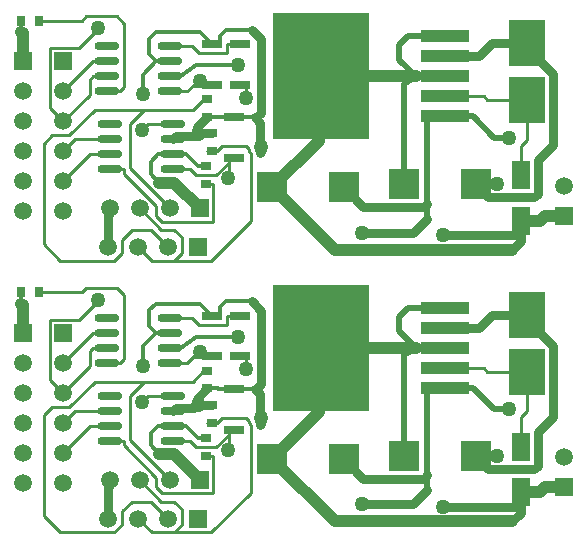
<source format=gtl>
G04 Layer_Physical_Order=1*
G04 Layer_Color=255*
%FSLAX44Y44*%
%MOMM*%
G71*
G01*
G75*
%ADD10R,4.1500X1.0000*%
%ADD11R,8.2000X10.7500*%
%ADD12R,1.7000X0.7500*%
%ADD13O,2.1000X0.7000*%
%ADD14R,0.7000X0.9000*%
%ADD15R,0.9000X0.7000*%
%ADD16R,2.5500X2.5500*%
%ADD17R,1.5500X2.4500*%
%ADD18R,3.1000X3.9000*%
%ADD19C,0.7620*%
%ADD20C,0.3750*%
%ADD21C,0.3500*%
%ADD22C,0.5000*%
%ADD23C,1.0160*%
%ADD24C,0.7750*%
%ADD25C,0.2540*%
%ADD26C,1.5000*%
%ADD27R,1.5000X1.5000*%
%ADD28R,1.5000X1.5000*%
%ADD29C,1.2700*%
D10*
X376190Y128560D02*
D03*
Y145560D02*
D03*
Y162560D02*
D03*
Y179560D02*
D03*
Y196560D02*
D03*
Y358560D02*
D03*
Y375560D02*
D03*
Y392560D02*
D03*
Y409560D02*
D03*
Y426560D02*
D03*
D11*
X271690Y162560D02*
D03*
Y392560D02*
D03*
D12*
X179070Y189970D02*
D03*
Y155470D02*
D03*
X203200D02*
D03*
Y189970D02*
D03*
X198120Y127740D02*
D03*
Y93240D02*
D03*
X179070Y419970D02*
D03*
Y385470D02*
D03*
X203200D02*
D03*
Y419970D02*
D03*
X198120Y357740D02*
D03*
Y323240D02*
D03*
D13*
X143340Y149860D02*
D03*
Y162560D02*
D03*
Y175260D02*
D03*
Y187960D02*
D03*
X90340Y149860D02*
D03*
Y162560D02*
D03*
Y175260D02*
D03*
Y187960D02*
D03*
X145880Y83820D02*
D03*
Y96520D02*
D03*
Y109220D02*
D03*
Y121920D02*
D03*
X92880Y83820D02*
D03*
Y96520D02*
D03*
Y109220D02*
D03*
Y121920D02*
D03*
X143340Y379860D02*
D03*
Y392560D02*
D03*
Y405260D02*
D03*
Y417960D02*
D03*
X90340Y379860D02*
D03*
Y392560D02*
D03*
Y405260D02*
D03*
Y417960D02*
D03*
X145880Y313820D02*
D03*
Y326520D02*
D03*
Y339220D02*
D03*
Y351920D02*
D03*
X92880Y313820D02*
D03*
Y326520D02*
D03*
Y339220D02*
D03*
Y351920D02*
D03*
D14*
X17900Y209550D02*
D03*
X32900D02*
D03*
X17900Y439550D02*
D03*
X32900D02*
D03*
D15*
X173990Y86240D02*
D03*
Y71240D02*
D03*
X179070Y114180D02*
D03*
Y99180D02*
D03*
X175260Y128390D02*
D03*
Y143390D02*
D03*
X173990Y316240D02*
D03*
Y301240D02*
D03*
X179070Y344180D02*
D03*
Y329180D02*
D03*
X175260Y358390D02*
D03*
Y373390D02*
D03*
D16*
X230100Y68580D02*
D03*
X290600D02*
D03*
X341860Y71120D02*
D03*
X402360D02*
D03*
X230100Y298580D02*
D03*
X290600D02*
D03*
X341860Y301120D02*
D03*
X402360D02*
D03*
D17*
X440690Y40440D02*
D03*
Y78940D02*
D03*
Y270440D02*
D03*
Y308940D02*
D03*
D18*
X445770Y190370D02*
D03*
Y142370D02*
D03*
Y420370D02*
D03*
Y372370D02*
D03*
D19*
Y186436D02*
Y190370D01*
Y186436D02*
X467868Y164338D01*
X416194Y190370D02*
X445770D01*
X405384Y179560D02*
X416194Y190370D01*
X454914Y91440D02*
X467868Y104394D01*
Y164338D01*
X376190Y179560D02*
X405384D01*
X402360Y71120D02*
X403122Y70358D01*
X220980Y131907D02*
Y194056D01*
X213106Y201930D02*
X220980Y194056D01*
X216813Y127740D02*
X220980Y131907D01*
X219710Y97282D02*
Y123422D01*
X215392Y127740D02*
X219710Y123422D01*
X454914Y62992D02*
Y91440D01*
X452120Y60198D02*
X454914Y62992D01*
X403122Y70358D02*
X413282Y60198D01*
X452120D01*
X91440Y46870D02*
X92710D01*
Y50800D01*
X91440Y17780D02*
Y46870D01*
X358394Y51816D02*
X361188Y54610D01*
X290600Y68580D02*
X307364Y51816D01*
X358394D01*
X349504Y30226D02*
X361188Y41910D01*
X306324Y30226D02*
X349504D01*
X219710Y97282D02*
X220980Y98552D01*
Y102870D01*
X403122Y70358D02*
X403884Y71120D01*
X420370D01*
X145880Y109220D02*
X148730Y112070D01*
X167300Y114130D02*
X167470D01*
X148730Y112070D02*
X163960D01*
X166370Y119500D02*
X175260Y128390D01*
X167520Y114180D02*
X179070D01*
X166580Y114850D02*
X167250Y114180D01*
X167300Y114130D01*
X166200Y114470D02*
X166370Y114640D01*
X166580Y114850D01*
X166370Y114180D02*
Y114640D01*
Y119500D01*
X445770Y416436D02*
Y420370D01*
Y416436D02*
X467868Y394338D01*
X416194Y420370D02*
X445770D01*
X405384Y409560D02*
X416194Y420370D01*
X454914Y321440D02*
X467868Y334394D01*
Y394338D01*
X376190Y409560D02*
X405384D01*
X402360Y301120D02*
X403122Y300358D01*
X220980Y361907D02*
Y424056D01*
X213106Y431930D02*
X220980Y424056D01*
X216813Y357740D02*
X220980Y361907D01*
X219710Y327282D02*
Y353422D01*
X215392Y357740D02*
X219710Y353422D01*
X454914Y292992D02*
Y321440D01*
X452120Y290198D02*
X454914Y292992D01*
X403122Y300358D02*
X413282Y290198D01*
X452120D01*
X91440Y276870D02*
X92710D01*
Y280800D01*
X91440Y247780D02*
Y276870D01*
X358394Y281816D02*
X361188Y284610D01*
X290600Y298580D02*
X307364Y281816D01*
X358394D01*
X349504Y260226D02*
X361188Y271910D01*
X306324Y260226D02*
X349504D01*
X219710Y327282D02*
X220980Y328552D01*
Y332870D01*
X403122Y300358D02*
X403884Y301120D01*
X420370D01*
X145880Y339220D02*
X148730Y342070D01*
X167300Y344130D02*
X167470D01*
X148730Y342070D02*
X163960D01*
X166370Y349500D02*
X175260Y358390D01*
X167520Y344180D02*
X179070D01*
X166580Y344850D02*
X167250Y344180D01*
X167300Y344130D01*
X166200Y344470D02*
X166370Y344640D01*
X166580Y344850D01*
X166370Y344180D02*
Y344640D01*
Y349500D01*
D20*
X190754Y201930D02*
X213106D01*
X185674Y196850D02*
X190754Y201930D01*
X215392Y127740D02*
X216813D01*
X198120D02*
X215392D01*
X179070Y189970D02*
X185674D01*
X178816D02*
X179070D01*
X185674D02*
Y196850D01*
X168634Y200152D02*
X178816Y189970D01*
X132080Y200152D02*
X168634D01*
X184658Y127740D02*
X198120D01*
X190754Y431930D02*
X213106D01*
X185674Y426850D02*
X190754Y431930D01*
X215392Y357740D02*
X216813D01*
X198120D02*
X215392D01*
X179070Y419970D02*
X185674D01*
X178816D02*
X179070D01*
X185674D02*
Y426850D01*
X168634Y430152D02*
X178816Y419970D01*
X132080Y430152D02*
X168634D01*
X184658Y357740D02*
X198120D01*
D21*
X184008Y128390D02*
X184658Y127740D01*
X175260Y128390D02*
X184008D01*
X126238Y194310D02*
X132080Y200152D01*
X126238Y181102D02*
Y194310D01*
Y181102D02*
X132080Y175260D01*
X143340D01*
X165862Y171958D02*
X201422D01*
X152818Y162560D02*
X165862Y171958D01*
X143340Y162560D02*
X152818D01*
X17900Y200152D02*
Y209550D01*
X145880Y96520D02*
X156989D01*
X167269Y86240D01*
X133604Y96520D02*
X145880D01*
X127254Y90170D02*
X133604Y96520D01*
X167269Y86240D02*
X173990D01*
X127254Y80010D02*
Y90170D01*
Y80010D02*
X134620Y72644D01*
X120650Y163830D02*
X132080Y175260D01*
X120650Y147320D02*
Y163830D01*
X166370Y114180D02*
X167250D01*
X167520D01*
X184008Y358390D02*
X184658Y357740D01*
X175260Y358390D02*
X184008D01*
X126238Y424310D02*
X132080Y430152D01*
X126238Y411102D02*
Y424310D01*
Y411102D02*
X132080Y405260D01*
X143340D01*
X165862Y401958D02*
X201422D01*
X152818Y392560D02*
X165862Y401958D01*
X143340Y392560D02*
X152818D01*
X17900Y430152D02*
Y439550D01*
X145880Y326520D02*
X156989D01*
X167269Y316240D01*
X133604Y326520D02*
X145880D01*
X127254Y320170D02*
X133604Y326520D01*
X167269Y316240D02*
X173990D01*
X127254Y310010D02*
Y320170D01*
Y310010D02*
X134620Y302644D01*
X120650Y393830D02*
X132080Y405260D01*
X120650Y377320D02*
Y393830D01*
X166370Y344180D02*
X167250D01*
X167520D01*
D22*
X361188Y128560D02*
X376190D01*
X400050D01*
X361188Y54610D02*
Y128560D01*
Y41910D02*
Y54610D01*
X345440Y196560D02*
X376190D01*
X351536Y162560D02*
X376190D01*
X337566Y188686D02*
X345440Y196560D01*
X337566Y176530D02*
Y188686D01*
X341860Y156210D02*
X351536Y162560D01*
X337566Y176530D02*
X351536Y162560D01*
X341860Y71120D02*
Y156210D01*
X418120Y110490D02*
X430530D01*
X400050Y128560D02*
X418120Y110490D01*
X361188Y358560D02*
X376190D01*
X400050D01*
X361188Y284610D02*
Y358560D01*
Y271910D02*
Y284610D01*
X345440Y426560D02*
X376190D01*
X351536Y392560D02*
X376190D01*
X337566Y418686D02*
X345440Y426560D01*
X337566Y406530D02*
Y418686D01*
X341860Y386210D02*
X351536Y392560D01*
X337566Y406530D02*
X351536Y392560D01*
X341860Y301120D02*
Y386210D01*
X418120Y340490D02*
X430530D01*
X400050Y358560D02*
X418120Y340490D01*
D23*
X271690Y162560D02*
X351536D01*
X460956Y44450D02*
X477520D01*
X269470Y107950D02*
X271690Y162560D01*
X230100Y68580D02*
X269470Y107950D01*
X456946Y40440D02*
X460956Y44450D01*
X440690Y40440D02*
X456946D01*
X230100Y68580D02*
X282932Y15748D01*
X433324D01*
X19050Y175260D02*
Y199002D01*
X17900Y200152D02*
X19050Y199002D01*
X134620Y72644D02*
X147066D01*
X168910Y50800D01*
X271690Y392560D02*
X351536D01*
X460956Y274450D02*
X477520D01*
X269470Y337950D02*
X271690Y392560D01*
X230100Y298580D02*
X269470Y337950D01*
X456946Y270440D02*
X460956Y274450D01*
X440690Y270440D02*
X456946D01*
X230100Y298580D02*
X282932Y245748D01*
X433324D01*
X19050Y405260D02*
Y429002D01*
X17900Y430152D02*
X19050Y429002D01*
X134620Y302644D02*
X147066D01*
X168910Y280800D01*
D24*
X440690Y28194D02*
Y40440D01*
Y23114D02*
Y28194D01*
X374904D02*
X440690D01*
X433324Y15748D02*
X440690Y23114D01*
Y258194D02*
Y270440D01*
Y253114D02*
Y258194D01*
X374904D02*
X440690D01*
X433324Y245748D02*
X440690Y253114D01*
D25*
X412384Y142370D02*
X445770D01*
X376190Y145560D02*
X409194D01*
X412384Y142370D01*
X78740Y175260D02*
X90340D01*
X53340Y149860D02*
X78740Y175260D01*
Y162560D02*
X90340D01*
X75946Y159766D02*
X78740Y162560D01*
X75946Y147066D02*
Y159766D01*
X42030Y186570D02*
X66428D01*
X53340Y124460D02*
X75946Y147066D01*
X42030Y135770D02*
Y186570D01*
Y135770D02*
X53340Y124460D01*
X63500Y109220D02*
X92880D01*
X53340Y99060D02*
X63500Y109220D01*
X76200Y96520D02*
X92880D01*
X53340Y73660D02*
X76200Y96520D01*
X193294Y93240D02*
X198120D01*
X193294Y89154D02*
Y93240D01*
X182880Y78740D02*
X193294Y89154D01*
X145880Y83820D02*
X160528D01*
X165608Y78740D02*
X182880D01*
X160528Y83820D02*
X165608Y78740D01*
X125200Y121920D02*
X145880D01*
X120120Y116840D02*
X125200Y121920D01*
X180340Y39370D02*
Y71240D01*
X173990D02*
X180340D01*
X137160Y39370D02*
X180340D01*
X132080Y44450D02*
X137160Y39370D01*
X104648Y80257D02*
Y83820D01*
X92880D02*
X104648D01*
X132080Y44450D02*
Y52825D01*
X104648Y80257D02*
X132080Y52825D01*
X143340Y149860D02*
X158242D01*
X191516Y189970D02*
X203200D01*
X167894Y182372D02*
X191516D01*
Y189970D01*
X143340Y187960D02*
X162306D01*
X167894Y182372D01*
X104902Y153162D02*
Y207010D01*
X101600Y149860D02*
X104902Y153162D01*
X90340Y149860D02*
X101600D01*
X32900Y209550D02*
X69088D01*
X208026Y144780D02*
Y155470D01*
Y144780D02*
X208280Y144526D01*
X203200Y155470D02*
X208026D01*
X80010Y134112D02*
X121920D01*
X109728Y84582D02*
X143510Y50800D01*
X109728Y121920D02*
X121920Y134112D01*
X109728Y84582D02*
Y121920D01*
X58420Y112522D02*
X80010Y134112D01*
X43942Y112522D02*
X58420D01*
X36830Y105410D02*
X43942Y112522D01*
X127508Y32512D02*
X142240Y17780D01*
X111252Y32512D02*
X127508D01*
X102870Y12700D02*
Y24130D01*
X111252Y32512D01*
X36830Y20320D02*
X50800Y6350D01*
X36830Y20320D02*
Y105410D01*
X96520Y6350D02*
X102870Y12700D01*
X50800Y6350D02*
X96520D01*
X183642Y99180D02*
X187960Y103498D01*
X175260Y99180D02*
X183642D01*
X178562Y6350D02*
X212090Y39878D01*
X147320Y32512D02*
X153670Y26162D01*
X147320Y6350D02*
X178562D01*
X153670Y12700D02*
Y26162D01*
X136398Y32512D02*
X147320D01*
Y6350D02*
X153670Y12700D01*
X118110Y50800D02*
X136398Y32512D01*
X128270Y6350D02*
X147320D01*
X116840Y17780D02*
X128270Y6350D01*
X187960Y103498D02*
X208280D01*
X210820Y98662D02*
X212090Y97392D01*
X210820Y98662D02*
Y100958D01*
X208280Y103498D02*
X210820Y100958D01*
X212090Y39878D02*
Y97392D01*
X445770Y108900D02*
Y142370D01*
X440690Y78940D02*
Y103820D01*
X445770Y108900D01*
X193040Y76200D02*
X193294Y76454D01*
Y89154D01*
X66428Y186570D02*
X82550Y202692D01*
Y203200D01*
X72898Y213360D02*
X98552D01*
X69088Y209550D02*
X72898Y213360D01*
X98552D02*
X104902Y207010D01*
X163852Y155470D02*
X179070D01*
X158242Y149860D02*
X163852Y155470D01*
X121920Y134112D02*
X162814D01*
X171450Y142748D01*
X172092Y143390D01*
X175260D01*
X163852Y155470D02*
X164548Y154773D01*
X168525Y158750D01*
X168910D01*
X412384Y372370D02*
X445770D01*
X376190Y375560D02*
X409194D01*
X412384Y372370D01*
X78740Y405260D02*
X90340D01*
X53340Y379860D02*
X78740Y405260D01*
Y392560D02*
X90340D01*
X75946Y389766D02*
X78740Y392560D01*
X75946Y377066D02*
Y389766D01*
X42030Y416570D02*
X66428D01*
X53340Y354460D02*
X75946Y377066D01*
X42030Y365770D02*
Y416570D01*
Y365770D02*
X53340Y354460D01*
X63500Y339220D02*
X92880D01*
X53340Y329060D02*
X63500Y339220D01*
X76200Y326520D02*
X92880D01*
X53340Y303660D02*
X76200Y326520D01*
X193294Y323240D02*
X198120D01*
X193294Y319154D02*
Y323240D01*
X182880Y308740D02*
X193294Y319154D01*
X145880Y313820D02*
X160528D01*
X165608Y308740D02*
X182880D01*
X160528Y313820D02*
X165608Y308740D01*
X125200Y351920D02*
X145880D01*
X120120Y346840D02*
X125200Y351920D01*
X180340Y269370D02*
Y301240D01*
X173990D02*
X180340D01*
X137160Y269370D02*
X180340D01*
X132080Y274450D02*
X137160Y269370D01*
X104648Y310257D02*
Y313820D01*
X92880D02*
X104648D01*
X132080Y274450D02*
Y282825D01*
X104648Y310257D02*
X132080Y282825D01*
X143340Y379860D02*
X158242D01*
X191516Y419970D02*
X203200D01*
X167894Y412372D02*
X191516D01*
Y419970D01*
X143340Y417960D02*
X162306D01*
X167894Y412372D01*
X104902Y383162D02*
Y437010D01*
X101600Y379860D02*
X104902Y383162D01*
X90340Y379860D02*
X101600D01*
X32900Y439550D02*
X69088D01*
X208026Y374780D02*
Y385470D01*
Y374780D02*
X208280Y374526D01*
X203200Y385470D02*
X208026D01*
X80010Y364112D02*
X121920D01*
X109728Y314582D02*
X143510Y280800D01*
X109728Y351920D02*
X121920Y364112D01*
X109728Y314582D02*
Y351920D01*
X58420Y342522D02*
X80010Y364112D01*
X43942Y342522D02*
X58420D01*
X36830Y335410D02*
X43942Y342522D01*
X127508Y262512D02*
X142240Y247780D01*
X111252Y262512D02*
X127508D01*
X102870Y242700D02*
Y254130D01*
X111252Y262512D01*
X36830Y250320D02*
X50800Y236350D01*
X36830Y250320D02*
Y335410D01*
X96520Y236350D02*
X102870Y242700D01*
X50800Y236350D02*
X96520D01*
X183642Y329180D02*
X187960Y333498D01*
X175260Y329180D02*
X183642D01*
X178562Y236350D02*
X212090Y269878D01*
X147320Y262512D02*
X153670Y256162D01*
X147320Y236350D02*
X178562D01*
X153670Y242700D02*
Y256162D01*
X136398Y262512D02*
X147320D01*
Y236350D02*
X153670Y242700D01*
X118110Y280800D02*
X136398Y262512D01*
X128270Y236350D02*
X147320D01*
X116840Y247780D02*
X128270Y236350D01*
X187960Y333498D02*
X208280D01*
X210820Y328662D02*
X212090Y327392D01*
X210820Y328662D02*
Y330958D01*
X208280Y333498D02*
X210820Y330958D01*
X212090Y269878D02*
Y327392D01*
X445770Y338900D02*
Y372370D01*
X440690Y308940D02*
Y333820D01*
X445770Y338900D01*
X193040Y306200D02*
X193294Y306454D01*
Y319154D01*
X66428Y416570D02*
X82550Y432692D01*
Y433200D01*
X72898Y443360D02*
X98552D01*
X69088Y439550D02*
X72898Y443360D01*
X98552D02*
X104902Y437010D01*
X163852Y385470D02*
X179070D01*
X158242Y379860D02*
X163852Y385470D01*
X121920Y364112D02*
X162814D01*
X171450Y372748D01*
X172092Y373390D01*
X175260D01*
X163852Y385470D02*
X164548Y384773D01*
X168525Y388750D01*
X168910D01*
D26*
X477520Y69850D02*
D03*
X19050Y48260D02*
D03*
Y73660D02*
D03*
Y99060D02*
D03*
Y124460D02*
D03*
Y149860D02*
D03*
X53340Y48260D02*
D03*
Y73660D02*
D03*
Y99060D02*
D03*
Y124460D02*
D03*
Y149860D02*
D03*
X142240Y17780D02*
D03*
X116840D02*
D03*
X91440D02*
D03*
X143510Y50800D02*
D03*
X118110D02*
D03*
X92710D02*
D03*
X477520Y299850D02*
D03*
X19050Y278260D02*
D03*
Y303660D02*
D03*
Y329060D02*
D03*
Y354460D02*
D03*
Y379860D02*
D03*
X53340Y278260D02*
D03*
Y303660D02*
D03*
Y329060D02*
D03*
Y354460D02*
D03*
Y379860D02*
D03*
X142240Y247780D02*
D03*
X116840D02*
D03*
X91440D02*
D03*
X143510Y280800D02*
D03*
X118110D02*
D03*
X92710D02*
D03*
D27*
X477520Y44450D02*
D03*
X19050Y175260D02*
D03*
X53340D02*
D03*
X477520Y274450D02*
D03*
X19050Y405260D02*
D03*
X53340D02*
D03*
D28*
X167640Y17780D02*
D03*
X168910Y50800D02*
D03*
X167640Y247780D02*
D03*
X168910Y280800D02*
D03*
D29*
X306324Y30226D02*
D03*
X374904Y28194D02*
D03*
X201422Y171958D02*
D03*
X120120Y116840D02*
D03*
X208280Y144526D02*
D03*
X220980Y102870D02*
D03*
X430530Y110490D02*
D03*
X420370Y71120D02*
D03*
X193040Y76200D02*
D03*
X120650Y147320D02*
D03*
X167470Y114130D02*
D03*
X82550Y203200D02*
D03*
X168910Y158750D02*
D03*
X306324Y260226D02*
D03*
X374904Y258194D02*
D03*
X201422Y401958D02*
D03*
X120120Y346840D02*
D03*
X208280Y374526D02*
D03*
X220980Y332870D02*
D03*
X430530Y340490D02*
D03*
X420370Y301120D02*
D03*
X193040Y306200D02*
D03*
X120650Y377320D02*
D03*
X167470Y344130D02*
D03*
X82550Y433200D02*
D03*
X168910Y388750D02*
D03*
M02*

</source>
